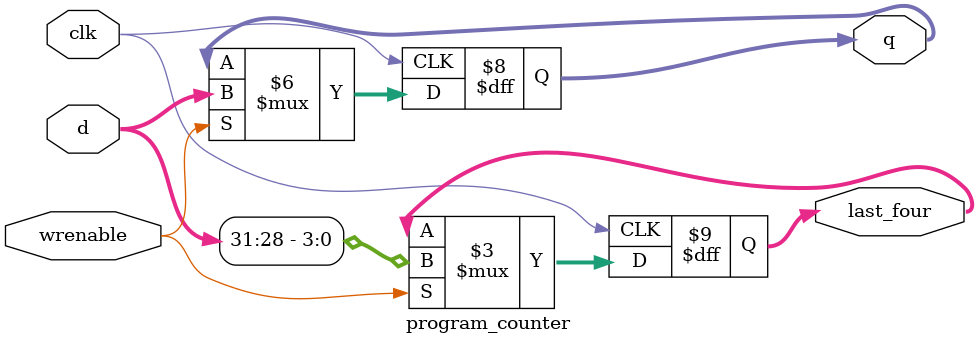
<source format=v>
module program_counter
(
output reg[31:0]    q,
output reg[3:0]     last_four,
input[31:0]         d,
input               wrenable,
input               clk
);

    always @(posedge clk) begin
        if(wrenable) begin
            q = d;
            last_four = d[31:28];
        end
    end

endmodule

</source>
